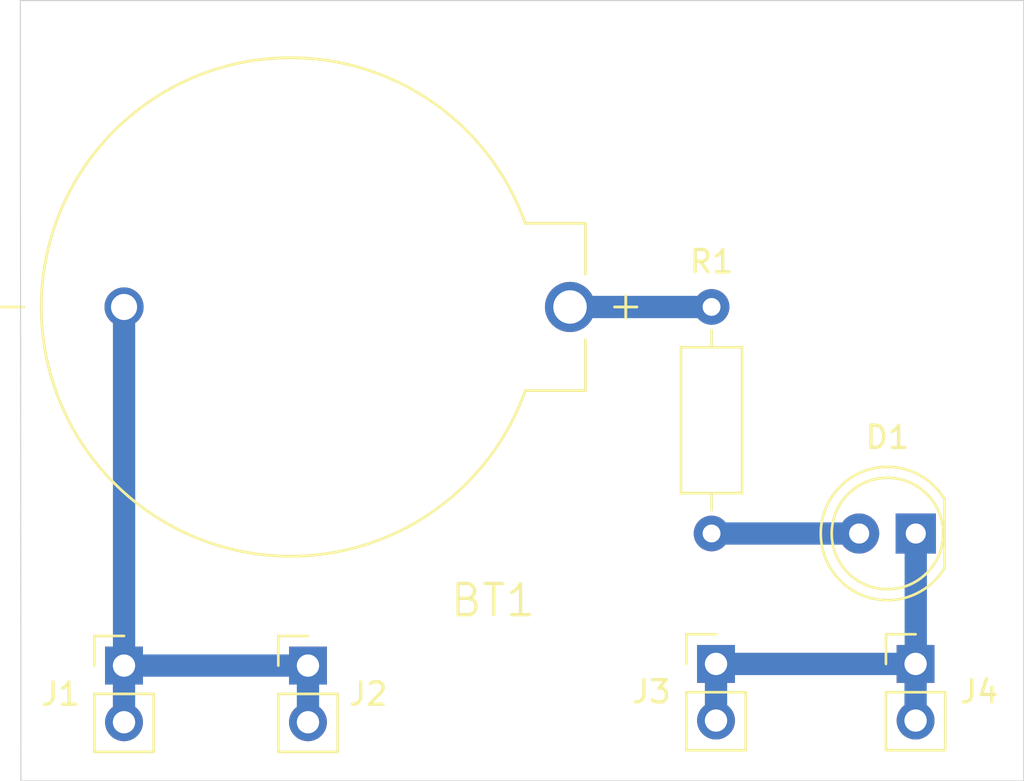
<source format=kicad_pcb>
(kicad_pcb (version 20171130) (host pcbnew 5.1.10-88a1d61d58~88~ubuntu18.04.1)

  (general
    (thickness 1.6)
    (drawings 4)
    (tracks 14)
    (zones 0)
    (modules 7)
    (nets 5)
  )

  (page A4)
  (layers
    (0 F.Cu signal)
    (31 B.Cu signal)
    (33 F.Adhes user)
    (35 F.Paste user)
    (37 F.SilkS user)
    (38 B.Mask user)
    (39 F.Mask user)
    (40 Dwgs.User user)
    (41 Cmts.User user)
    (42 Eco1.User user)
    (43 Eco2.User user)
    (44 Edge.Cuts user)
    (45 Margin user)
    (46 B.CrtYd user)
    (47 F.CrtYd user)
    (49 F.Fab user hide)
  )

  (setup
    (last_trace_width 0.5)
    (trace_clearance 0.2)
    (zone_clearance 0.508)
    (zone_45_only no)
    (trace_min 0.2)
    (via_size 0.8)
    (via_drill 0.4)
    (via_min_size 0.4)
    (via_min_drill 0.3)
    (uvia_size 0.3)
    (uvia_drill 0.1)
    (uvias_allowed no)
    (uvia_min_size 0.2)
    (uvia_min_drill 0.1)
    (edge_width 0.05)
    (segment_width 0.2)
    (pcb_text_width 0.3)
    (pcb_text_size 1.5 1.5)
    (mod_edge_width 0.12)
    (mod_text_size 1 1)
    (mod_text_width 0.15)
    (pad_size 1.524 1.524)
    (pad_drill 0.762)
    (pad_to_mask_clearance 0)
    (aux_axis_origin 0 0)
    (visible_elements FFFFFF7F)
    (pcbplotparams
      (layerselection 0x01000_fffffffe)
      (usegerberextensions true)
      (usegerberattributes true)
      (usegerberadvancedattributes true)
      (creategerberjobfile true)
      (excludeedgelayer true)
      (linewidth 0.100000)
      (plotframeref false)
      (viasonmask false)
      (mode 1)
      (useauxorigin false)
      (hpglpennumber 1)
      (hpglpenspeed 20)
      (hpglpendiameter 15.000000)
      (psnegative false)
      (psa4output false)
      (plotreference true)
      (plotvalue true)
      (plotinvisibletext false)
      (padsonsilk false)
      (subtractmaskfromsilk false)
      (outputformat 1)
      (mirror false)
      (drillshape 0)
      (scaleselection 1)
      (outputdirectory "gerber_1"))
  )

  (net 0 "")
  (net 1 "Net-(D1-Pad2)")
  (net 2 "Net-(D1-Pad1)")
  (net 3 "Net-(BT1-Pad-)")
  (net 4 "Net-(BT1-Pad+)")

  (net_class Default "This is the default net class."
    (clearance 0.2)
    (trace_width 0.5)
    (via_dia 0.8)
    (via_drill 0.4)
    (uvia_dia 0.3)
    (uvia_drill 0.1)
    (add_net "Net-(BT1-Pad+)")
    (add_net "Net-(BT1-Pad-)")
    (add_net "Net-(D1-Pad1)")
    (add_net "Net-(D1-Pad2)")
  )

  (module battery_holder:BAT_BS-7 (layer F.Cu) (tedit 60C37BA6) (tstamp 61337489)
    (at 32.152 31.242)
    (path /60C6E302)
    (fp_text reference BT1 (at 6.548 13.158) (layer F.SilkS)
      (effects (font (size 1.4 1.4) (thickness 0.15)))
    )
    (fp_text value BS-7 (at -6.888 13.111) (layer F.Fab)
      (effects (font (size 1.4 1.4) (thickness 0.015)))
    )
    (fp_line (start 12.5 -0.5) (end 12.5 0.5) (layer F.SilkS) (width 0.127))
    (fp_line (start 12 0) (end 13 0) (layer F.SilkS) (width 0.127))
    (fp_line (start -15.5 0) (end -14.5 0) (layer F.SilkS) (width 0.127))
    (fp_line (start 10.69 3.75) (end 10.69 1.47) (layer F.SilkS) (width 0.127))
    (fp_line (start 10.69 -3.75) (end 10.69 -1.47) (layer F.SilkS) (width 0.127))
    (fp_line (start 10.69 -3.75) (end 7.995 -3.75) (layer F.SilkS) (width 0.127))
    (fp_line (start 10.69 3.75) (end 7.995 3.75) (layer F.SilkS) (width 0.127))
    (fp_line (start 10.69 -3.75) (end 7.995 -3.75) (layer F.Fab) (width 0.127))
    (fp_line (start 10.69 3.75) (end 7.995 3.75) (layer F.Fab) (width 0.127))
    (fp_line (start 10.69 -3.75) (end 10.69 3.75) (layer F.Fab) (width 0.127))
    (fp_line (start 11.375 12) (end -13.96 12) (layer F.CrtYd) (width 0.05))
    (fp_line (start 11.375 -12) (end 11.375 12) (layer F.CrtYd) (width 0.05))
    (fp_line (start -13.96 -12) (end 11.375 -12) (layer F.CrtYd) (width 0.05))
    (fp_line (start -13.96 12) (end -13.96 -12) (layer F.CrtYd) (width 0.05))
    (fp_arc (start -2.53506 0) (end 7.995 3.75) (angle 320.796) (layer F.SilkS) (width 0.127))
    (fp_arc (start -2.53506 0) (end 7.995 3.75) (angle 320.796) (layer F.Fab) (width 0.127))
    (pad + thru_hole circle (at 10 0) (size 2.25 2.25) (drill 1.5) (layers *.Cu *.Mask)
      (net 4 "Net-(BT1-Pad+)"))
    (pad - thru_hole circle (at -10 0) (size 1.755 1.755) (drill 1.17) (layers *.Cu *.Mask)
      (net 3 "Net-(BT1-Pad-)"))
    (model :battery_holder:BS-7.step
      (offset (xyz -2.5 0 0))
      (scale (xyz 1 1 1))
      (rotate (xyz -90 0 -90))
    )
  )

  (module Resistor_THT:R_Axial_DIN0207_L6.3mm_D2.5mm_P10.16mm_Horizontal (layer F.Cu) (tedit 5AE5139B) (tstamp 60C4B47C)
    (at 48.5 41.4 90)
    (descr "Resistor, Axial_DIN0207 series, Axial, Horizontal, pin pitch=10.16mm, 0.25W = 1/4W, length*diameter=6.3*2.5mm^2, http://cdn-reichelt.de/documents/datenblatt/B400/1_4W%23YAG.pdf")
    (tags "Resistor Axial_DIN0207 series Axial Horizontal pin pitch 10.16mm 0.25W = 1/4W length 6.3mm diameter 2.5mm")
    (path /60C576A1)
    (fp_text reference R1 (at 12.192 0 180) (layer F.SilkS)
      (effects (font (size 1 1) (thickness 0.15)))
    )
    (fp_text value 200 (at 5.08 2.37 90) (layer F.Fab)
      (effects (font (size 1 1) (thickness 0.15)))
    )
    (fp_line (start 11.21 -1.5) (end -1.05 -1.5) (layer F.CrtYd) (width 0.05))
    (fp_line (start 11.21 1.5) (end 11.21 -1.5) (layer F.CrtYd) (width 0.05))
    (fp_line (start -1.05 1.5) (end 11.21 1.5) (layer F.CrtYd) (width 0.05))
    (fp_line (start -1.05 -1.5) (end -1.05 1.5) (layer F.CrtYd) (width 0.05))
    (fp_line (start 9.12 0) (end 8.35 0) (layer F.SilkS) (width 0.12))
    (fp_line (start 1.04 0) (end 1.81 0) (layer F.SilkS) (width 0.12))
    (fp_line (start 8.35 -1.37) (end 1.81 -1.37) (layer F.SilkS) (width 0.12))
    (fp_line (start 8.35 1.37) (end 8.35 -1.37) (layer F.SilkS) (width 0.12))
    (fp_line (start 1.81 1.37) (end 8.35 1.37) (layer F.SilkS) (width 0.12))
    (fp_line (start 1.81 -1.37) (end 1.81 1.37) (layer F.SilkS) (width 0.12))
    (fp_line (start 10.16 0) (end 8.23 0) (layer F.Fab) (width 0.1))
    (fp_line (start 0 0) (end 1.93 0) (layer F.Fab) (width 0.1))
    (fp_line (start 8.23 -1.25) (end 1.93 -1.25) (layer F.Fab) (width 0.1))
    (fp_line (start 8.23 1.25) (end 8.23 -1.25) (layer F.Fab) (width 0.1))
    (fp_line (start 1.93 1.25) (end 8.23 1.25) (layer F.Fab) (width 0.1))
    (fp_line (start 1.93 -1.25) (end 1.93 1.25) (layer F.Fab) (width 0.1))
    (fp_text user %R (at 5.08 0 90) (layer F.Fab)
      (effects (font (size 1 1) (thickness 0.15)))
    )
    (pad 2 thru_hole oval (at 10.16 0 90) (size 1.6 1.6) (drill 0.8) (layers *.Cu *.Mask)
      (net 4 "Net-(BT1-Pad+)"))
    (pad 1 thru_hole circle (at 0 0 90) (size 1.6 1.6) (drill 0.8) (layers *.Cu *.Mask)
      (net 1 "Net-(D1-Pad2)"))
    (model ${KISYS3DMOD}/Resistor_THT.3dshapes/R_Axial_DIN0207_L6.3mm_D2.5mm_P10.16mm_Horizontal.wrl
      (at (xyz 0 0 0))
      (scale (xyz 1 1 1))
      (rotate (xyz 0 0 0))
    )
  )

  (module LED_THT:LED_D5.0mm (layer F.Cu) (tedit 5995936A) (tstamp 60C4B40F)
    (at 57.658 41.402 180)
    (descr "LED, diameter 5.0mm, 2 pins, http://cdn-reichelt.de/documents/datenblatt/A500/LL-504BC2E-009.pdf")
    (tags "LED diameter 5.0mm 2 pins")
    (path /60C56CC0)
    (fp_text reference D1 (at 1.27 4.318) (layer F.SilkS)
      (effects (font (size 1 1) (thickness 0.15)))
    )
    (fp_text value LED_Verte (at 1.27 3.96) (layer F.Fab)
      (effects (font (size 1 1) (thickness 0.15)))
    )
    (fp_line (start 4.5 -3.25) (end -1.95 -3.25) (layer F.CrtYd) (width 0.05))
    (fp_line (start 4.5 3.25) (end 4.5 -3.25) (layer F.CrtYd) (width 0.05))
    (fp_line (start -1.95 3.25) (end 4.5 3.25) (layer F.CrtYd) (width 0.05))
    (fp_line (start -1.95 -3.25) (end -1.95 3.25) (layer F.CrtYd) (width 0.05))
    (fp_line (start -1.29 -1.545) (end -1.29 1.545) (layer F.SilkS) (width 0.12))
    (fp_line (start -1.23 -1.469694) (end -1.23 1.469694) (layer F.Fab) (width 0.1))
    (fp_circle (center 1.27 0) (end 3.77 0) (layer F.SilkS) (width 0.12))
    (fp_circle (center 1.27 0) (end 3.77 0) (layer F.Fab) (width 0.1))
    (fp_text user %R (at 1.25 0) (layer F.Fab)
      (effects (font (size 0.8 0.8) (thickness 0.2)))
    )
    (fp_arc (start 1.27 0) (end -1.29 1.54483) (angle -148.9) (layer F.SilkS) (width 0.12))
    (fp_arc (start 1.27 0) (end -1.29 -1.54483) (angle 148.9) (layer F.SilkS) (width 0.12))
    (fp_arc (start 1.27 0) (end -1.23 -1.469694) (angle 299.1) (layer F.Fab) (width 0.1))
    (pad 2 thru_hole circle (at 2.54 0 180) (size 1.8 1.8) (drill 0.9) (layers *.Cu *.Mask)
      (net 1 "Net-(D1-Pad2)"))
    (pad 1 thru_hole rect (at 0 0 180) (size 1.8 1.8) (drill 0.9) (layers *.Cu *.Mask)
      (net 2 "Net-(D1-Pad1)"))
    (model ${KISYS3DMOD}/LED_THT.3dshapes/LED_D5.0mm.wrl
      (at (xyz 0 0 0))
      (scale (xyz 1 1 1))
      (rotate (xyz 0 0 0))
    )
  )

  (module Connector_PinHeader_2.54mm:PinHeader_1x02_P2.54mm_Vertical (layer F.Cu) (tedit 59FED5CC) (tstamp 61337447)
    (at 22.150001 47.325001)
    (descr "Through hole straight pin header, 1x02, 2.54mm pitch, single row")
    (tags "Through hole pin header THT 1x02 2.54mm single row")
    (path /60C4A529)
    (fp_text reference J1 (at -2.850001 1.274999) (layer F.SilkS)
      (effects (font (size 1 1) (thickness 0.15)))
    )
    (fp_text value Conn_01x02_Male (at 0 4.87) (layer F.Fab)
      (effects (font (size 1 1) (thickness 0.15)))
    )
    (fp_line (start 1.8 -1.8) (end -1.8 -1.8) (layer F.CrtYd) (width 0.05))
    (fp_line (start 1.8 4.35) (end 1.8 -1.8) (layer F.CrtYd) (width 0.05))
    (fp_line (start -1.8 4.35) (end 1.8 4.35) (layer F.CrtYd) (width 0.05))
    (fp_line (start -1.8 -1.8) (end -1.8 4.35) (layer F.CrtYd) (width 0.05))
    (fp_line (start -1.33 -1.33) (end 0 -1.33) (layer F.SilkS) (width 0.12))
    (fp_line (start -1.33 0) (end -1.33 -1.33) (layer F.SilkS) (width 0.12))
    (fp_line (start -1.33 1.27) (end 1.33 1.27) (layer F.SilkS) (width 0.12))
    (fp_line (start 1.33 1.27) (end 1.33 3.87) (layer F.SilkS) (width 0.12))
    (fp_line (start -1.33 1.27) (end -1.33 3.87) (layer F.SilkS) (width 0.12))
    (fp_line (start -1.33 3.87) (end 1.33 3.87) (layer F.SilkS) (width 0.12))
    (fp_line (start -1.27 -0.635) (end -0.635 -1.27) (layer F.Fab) (width 0.1))
    (fp_line (start -1.27 3.81) (end -1.27 -0.635) (layer F.Fab) (width 0.1))
    (fp_line (start 1.27 3.81) (end -1.27 3.81) (layer F.Fab) (width 0.1))
    (fp_line (start 1.27 -1.27) (end 1.27 3.81) (layer F.Fab) (width 0.1))
    (fp_line (start -0.635 -1.27) (end 1.27 -1.27) (layer F.Fab) (width 0.1))
    (fp_text user %R (at 0 1.27 90) (layer F.Fab)
      (effects (font (size 1 1) (thickness 0.15)))
    )
    (pad 1 thru_hole rect (at 0 0) (size 1.7 1.7) (drill 1) (layers *.Cu *.Mask)
      (net 3 "Net-(BT1-Pad-)"))
    (pad 2 thru_hole oval (at 0 2.54) (size 1.7 1.7) (drill 1) (layers *.Cu *.Mask)
      (net 3 "Net-(BT1-Pad-)"))
    (model ${KISYS3DMOD}/Connector_PinHeader_2.54mm.3dshapes/PinHeader_1x02_P2.54mm_Vertical.wrl
      (at (xyz 0 0 0))
      (scale (xyz 1 1 1))
      (rotate (xyz 0 0 0))
    )
  )

  (module Connector_PinHeader_2.54mm:PinHeader_1x02_P2.54mm_Vertical (layer F.Cu) (tedit 59FED5CC) (tstamp 61337408)
    (at 30.400001 47.325001)
    (descr "Through hole straight pin header, 1x02, 2.54mm pitch, single row")
    (tags "Through hole pin header THT 1x02 2.54mm single row")
    (path /60C4AECB)
    (fp_text reference J2 (at 2.699999 1.274999) (layer F.SilkS)
      (effects (font (size 1 1) (thickness 0.15)))
    )
    (fp_text value Conn_01x02_Female (at 0 4.87) (layer F.Fab)
      (effects (font (size 1 1) (thickness 0.15)))
    )
    (fp_line (start -0.635 -1.27) (end 1.27 -1.27) (layer F.Fab) (width 0.1))
    (fp_line (start 1.27 -1.27) (end 1.27 3.81) (layer F.Fab) (width 0.1))
    (fp_line (start 1.27 3.81) (end -1.27 3.81) (layer F.Fab) (width 0.1))
    (fp_line (start -1.27 3.81) (end -1.27 -0.635) (layer F.Fab) (width 0.1))
    (fp_line (start -1.27 -0.635) (end -0.635 -1.27) (layer F.Fab) (width 0.1))
    (fp_line (start -1.33 3.87) (end 1.33 3.87) (layer F.SilkS) (width 0.12))
    (fp_line (start -1.33 1.27) (end -1.33 3.87) (layer F.SilkS) (width 0.12))
    (fp_line (start 1.33 1.27) (end 1.33 3.87) (layer F.SilkS) (width 0.12))
    (fp_line (start -1.33 1.27) (end 1.33 1.27) (layer F.SilkS) (width 0.12))
    (fp_line (start -1.33 0) (end -1.33 -1.33) (layer F.SilkS) (width 0.12))
    (fp_line (start -1.33 -1.33) (end 0 -1.33) (layer F.SilkS) (width 0.12))
    (fp_line (start -1.8 -1.8) (end -1.8 4.35) (layer F.CrtYd) (width 0.05))
    (fp_line (start -1.8 4.35) (end 1.8 4.35) (layer F.CrtYd) (width 0.05))
    (fp_line (start 1.8 4.35) (end 1.8 -1.8) (layer F.CrtYd) (width 0.05))
    (fp_line (start 1.8 -1.8) (end -1.8 -1.8) (layer F.CrtYd) (width 0.05))
    (fp_text user %R (at 0 1.27 90) (layer F.Fab)
      (effects (font (size 1 1) (thickness 0.15)))
    )
    (pad 2 thru_hole oval (at 0 2.54) (size 1.7 1.7) (drill 1) (layers *.Cu *.Mask)
      (net 3 "Net-(BT1-Pad-)"))
    (pad 1 thru_hole rect (at 0 0) (size 1.7 1.7) (drill 1) (layers *.Cu *.Mask)
      (net 3 "Net-(BT1-Pad-)"))
    (model ${KISYS3DMOD}/Connector_PinHeader_2.54mm.3dshapes/PinHeader_1x02_P2.54mm_Vertical.wrl
      (at (xyz 0 0 0))
      (scale (xyz 1 1 1))
      (rotate (xyz 0 0 0))
    )
  )

  (module Connector_PinHeader_2.54mm:PinHeader_1x02_P2.54mm_Vertical (layer F.Cu) (tedit 59FED5CC) (tstamp 60C4FCF9)
    (at 48.700001 47.250001)
    (descr "Through hole straight pin header, 1x02, 2.54mm pitch, single row")
    (tags "Through hole pin header THT 1x02 2.54mm single row")
    (path /60C4F16D)
    (fp_text reference J3 (at -2.900001 1.249999) (layer F.SilkS)
      (effects (font (size 1 1) (thickness 0.15)))
    )
    (fp_text value Conn_01x02_Male (at 0 4.87) (layer F.Fab)
      (effects (font (size 1 1) (thickness 0.15)))
    )
    (fp_line (start 1.8 -1.8) (end -1.8 -1.8) (layer F.CrtYd) (width 0.05))
    (fp_line (start 1.8 4.35) (end 1.8 -1.8) (layer F.CrtYd) (width 0.05))
    (fp_line (start -1.8 4.35) (end 1.8 4.35) (layer F.CrtYd) (width 0.05))
    (fp_line (start -1.8 -1.8) (end -1.8 4.35) (layer F.CrtYd) (width 0.05))
    (fp_line (start -1.33 -1.33) (end 0 -1.33) (layer F.SilkS) (width 0.12))
    (fp_line (start -1.33 0) (end -1.33 -1.33) (layer F.SilkS) (width 0.12))
    (fp_line (start -1.33 1.27) (end 1.33 1.27) (layer F.SilkS) (width 0.12))
    (fp_line (start 1.33 1.27) (end 1.33 3.87) (layer F.SilkS) (width 0.12))
    (fp_line (start -1.33 1.27) (end -1.33 3.87) (layer F.SilkS) (width 0.12))
    (fp_line (start -1.33 3.87) (end 1.33 3.87) (layer F.SilkS) (width 0.12))
    (fp_line (start -1.27 -0.635) (end -0.635 -1.27) (layer F.Fab) (width 0.1))
    (fp_line (start -1.27 3.81) (end -1.27 -0.635) (layer F.Fab) (width 0.1))
    (fp_line (start 1.27 3.81) (end -1.27 3.81) (layer F.Fab) (width 0.1))
    (fp_line (start 1.27 -1.27) (end 1.27 3.81) (layer F.Fab) (width 0.1))
    (fp_line (start -0.635 -1.27) (end 1.27 -1.27) (layer F.Fab) (width 0.1))
    (fp_text user %R (at 0 1.27 90) (layer F.Fab)
      (effects (font (size 1 1) (thickness 0.15)))
    )
    (pad 1 thru_hole rect (at 0 0) (size 1.7 1.7) (drill 1) (layers *.Cu *.Mask)
      (net 2 "Net-(D1-Pad1)"))
    (pad 2 thru_hole oval (at 0 2.54) (size 1.7 1.7) (drill 1) (layers *.Cu *.Mask)
      (net 2 "Net-(D1-Pad1)"))
    (model ${KISYS3DMOD}/Connector_PinHeader_2.54mm.3dshapes/PinHeader_1x02_P2.54mm_Vertical.wrl
      (at (xyz 0 0 0))
      (scale (xyz 1 1 1))
      (rotate (xyz 0 0 0))
    )
  )

  (module Connector_PinHeader_2.54mm:PinHeader_1x02_P2.54mm_Vertical (layer F.Cu) (tedit 59FED5CC) (tstamp 60C4FD0F)
    (at 57.650001 47.250001)
    (descr "Through hole straight pin header, 1x02, 2.54mm pitch, single row")
    (tags "Through hole pin header THT 1x02 2.54mm single row")
    (path /60C522A6)
    (fp_text reference J4 (at 2.849999 1.249999) (layer F.SilkS)
      (effects (font (size 1 1) (thickness 0.15)))
    )
    (fp_text value Conn_01x02_Female (at 0 4.87) (layer F.Fab)
      (effects (font (size 1 1) (thickness 0.15)))
    )
    (fp_line (start -0.635 -1.27) (end 1.27 -1.27) (layer F.Fab) (width 0.1))
    (fp_line (start 1.27 -1.27) (end 1.27 3.81) (layer F.Fab) (width 0.1))
    (fp_line (start 1.27 3.81) (end -1.27 3.81) (layer F.Fab) (width 0.1))
    (fp_line (start -1.27 3.81) (end -1.27 -0.635) (layer F.Fab) (width 0.1))
    (fp_line (start -1.27 -0.635) (end -0.635 -1.27) (layer F.Fab) (width 0.1))
    (fp_line (start -1.33 3.87) (end 1.33 3.87) (layer F.SilkS) (width 0.12))
    (fp_line (start -1.33 1.27) (end -1.33 3.87) (layer F.SilkS) (width 0.12))
    (fp_line (start 1.33 1.27) (end 1.33 3.87) (layer F.SilkS) (width 0.12))
    (fp_line (start -1.33 1.27) (end 1.33 1.27) (layer F.SilkS) (width 0.12))
    (fp_line (start -1.33 0) (end -1.33 -1.33) (layer F.SilkS) (width 0.12))
    (fp_line (start -1.33 -1.33) (end 0 -1.33) (layer F.SilkS) (width 0.12))
    (fp_line (start -1.8 -1.8) (end -1.8 4.35) (layer F.CrtYd) (width 0.05))
    (fp_line (start -1.8 4.35) (end 1.8 4.35) (layer F.CrtYd) (width 0.05))
    (fp_line (start 1.8 4.35) (end 1.8 -1.8) (layer F.CrtYd) (width 0.05))
    (fp_line (start 1.8 -1.8) (end -1.8 -1.8) (layer F.CrtYd) (width 0.05))
    (fp_text user %R (at 0 1.27 90) (layer F.Fab)
      (effects (font (size 1 1) (thickness 0.15)))
    )
    (pad 2 thru_hole oval (at 0 2.54) (size 1.7 1.7) (drill 1) (layers *.Cu *.Mask)
      (net 2 "Net-(D1-Pad1)"))
    (pad 1 thru_hole rect (at 0 0) (size 1.7 1.7) (drill 1) (layers *.Cu *.Mask)
      (net 2 "Net-(D1-Pad1)"))
    (model ${KISYS3DMOD}/Connector_PinHeader_2.54mm.3dshapes/PinHeader_1x02_P2.54mm_Vertical.wrl
      (at (xyz 0 0 0))
      (scale (xyz 1 1 1))
      (rotate (xyz 0 0 0))
    )
  )

  (gr_line (start 17.526 52.5) (end 17.5 17.5) (layer Edge.Cuts) (width 0.05) (tstamp 613374B7))
  (gr_line (start 62.5 52.5) (end 17.526 52.5) (layer Edge.Cuts) (width 0.05))
  (gr_line (start 62.5 17.5) (end 62.5 52.5) (layer Edge.Cuts) (width 0.05))
  (gr_line (start 17.5 17.5) (end 62.5 17.5) (layer Edge.Cuts) (width 0.05))

  (segment (start 48.502 41.402) (end 55.118 41.402) (width 1) (layer B.Cu) (net 1))
  (segment (start 48.5 41.4) (end 48.502 41.402) (width 0.5) (layer B.Cu) (net 1))
  (segment (start 57.658 47.242002) (end 57.650001 47.250001) (width 0.5) (layer F.Cu) (net 2))
  (segment (start 57.658 41.402) (end 57.658 47.242002) (width 1) (layer B.Cu) (net 2))
  (segment (start 48.700001 47.250001) (end 48.700001 49.790001) (width 1) (layer B.Cu) (net 2))
  (segment (start 57.650001 47.250001) (end 57.650001 49.790001) (width 1) (layer B.Cu) (net 2))
  (segment (start 57.650001 47.250001) (end 48.700001 47.250001) (width 1) (layer B.Cu) (net 2))
  (segment (start 22.152 47.323002) (end 22.150001 47.325001) (width 0.5) (layer F.Cu) (net 3) (tstamp 613374BD))
  (segment (start 22.150001 47.325001) (end 22.150001 49.865001) (width 1) (layer B.Cu) (net 3) (tstamp 613374C0))
  (segment (start 30.400001 47.325001) (end 30.400001 49.865001) (width 1) (layer B.Cu) (net 3) (tstamp 61337472))
  (segment (start 22.152 31.242) (end 22.152 47.223002) (width 1) (layer B.Cu) (net 3))
  (segment (start 22.150001 47.325001) (end 30.400001 47.325001) (width 1) (layer B.Cu) (net 3))
  (segment (start 48.498 31.242) (end 48.5 31.24) (width 0.5) (layer B.Cu) (net 4))
  (segment (start 42.152 31.242) (end 48.498 31.242) (width 1) (layer B.Cu) (net 4))

)

</source>
